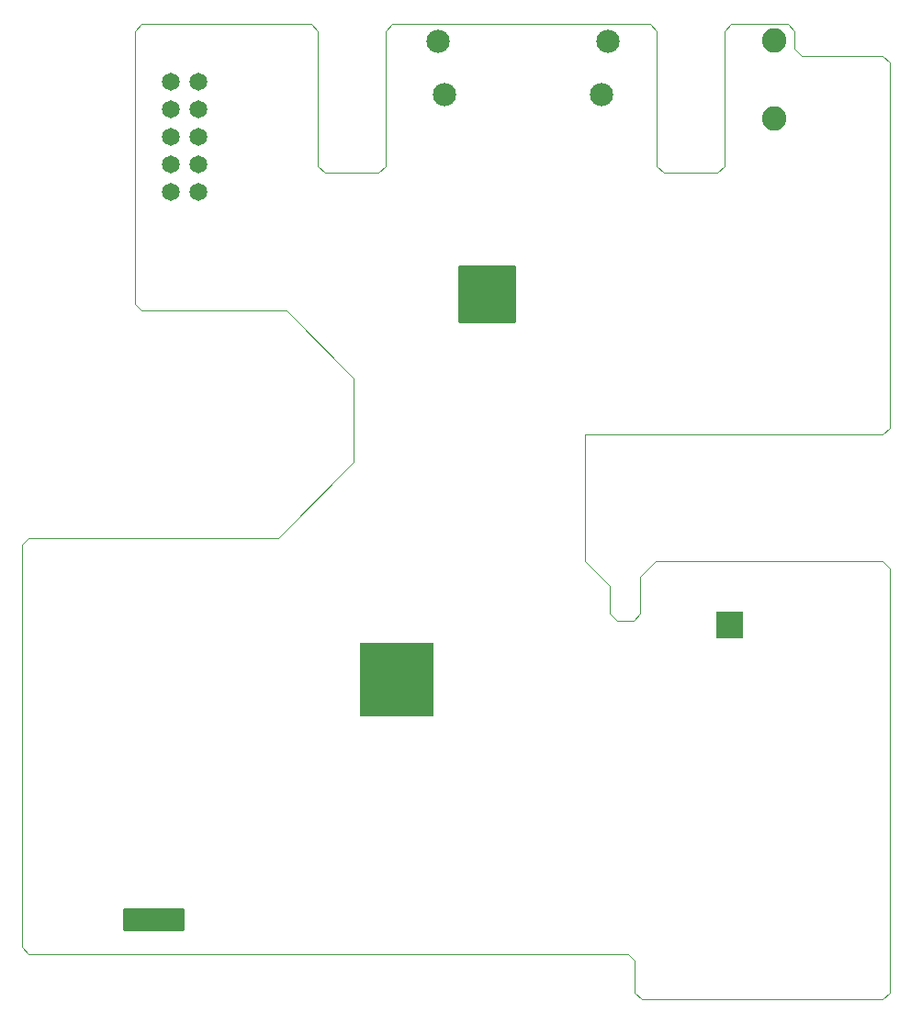
<source format=gbs>
G04 EAGLE Gerber RS-274X export*
G75*
%MOMM*%
%FSLAX34Y34*%
%LPD*%
%INLötstopplack unten*%
%IPPOS*%
%AMOC8*
5,1,8,0,0,1.08239X$1,22.5*%
G01*
%ADD10C,0.000000*%
%ADD11R,6.858000X6.858000*%
%ADD12C,2.152400*%
%ADD13C,2.252400*%
%ADD14C,1.652400*%
%ADD15C,2.552400*%
%ADD16C,1.352400*%
%ADD17C,3.152400*%
%ADD18C,1.952400*%

G36*
X454718Y623833D02*
X454718Y623833D01*
X454776Y623831D01*
X454858Y623853D01*
X454942Y623865D01*
X454995Y623889D01*
X455051Y623903D01*
X455124Y623946D01*
X455201Y623981D01*
X455246Y624019D01*
X455296Y624049D01*
X455354Y624110D01*
X455418Y624165D01*
X455450Y624213D01*
X455490Y624256D01*
X455529Y624331D01*
X455576Y624401D01*
X455593Y624457D01*
X455620Y624509D01*
X455631Y624577D01*
X455661Y624672D01*
X455664Y624772D01*
X455675Y624840D01*
X455675Y675640D01*
X455668Y675692D01*
X455669Y675719D01*
X455668Y675722D01*
X455669Y675756D01*
X455647Y675838D01*
X455635Y675922D01*
X455612Y675975D01*
X455597Y676031D01*
X455554Y676104D01*
X455519Y676181D01*
X455481Y676226D01*
X455452Y676276D01*
X455390Y676334D01*
X455336Y676398D01*
X455287Y676430D01*
X455244Y676470D01*
X455169Y676509D01*
X455099Y676556D01*
X455043Y676573D01*
X454991Y676600D01*
X454923Y676611D01*
X454828Y676641D01*
X454728Y676644D01*
X454660Y676655D01*
X403860Y676655D01*
X403802Y676647D01*
X403744Y676649D01*
X403662Y676627D01*
X403579Y676615D01*
X403525Y676592D01*
X403469Y676577D01*
X403396Y676534D01*
X403319Y676499D01*
X403274Y676461D01*
X403224Y676432D01*
X403166Y676370D01*
X403102Y676316D01*
X403070Y676267D01*
X403030Y676224D01*
X402991Y676149D01*
X402945Y676079D01*
X402927Y676023D01*
X402900Y675971D01*
X402889Y675903D01*
X402859Y675808D01*
X402856Y675708D01*
X402845Y675640D01*
X402845Y624840D01*
X402853Y624782D01*
X402851Y624724D01*
X402873Y624642D01*
X402885Y624559D01*
X402909Y624505D01*
X402923Y624449D01*
X402966Y624376D01*
X403001Y624299D01*
X403039Y624254D01*
X403069Y624204D01*
X403130Y624146D01*
X403185Y624082D01*
X403233Y624050D01*
X403276Y624010D01*
X403351Y623971D01*
X403421Y623925D01*
X403477Y623907D01*
X403529Y623880D01*
X403597Y623869D01*
X403692Y623839D01*
X403792Y623836D01*
X403860Y623825D01*
X454660Y623825D01*
X454718Y623833D01*
G37*
G36*
X148902Y63255D02*
X148902Y63255D01*
X148960Y63253D01*
X149042Y63275D01*
X149126Y63287D01*
X149179Y63311D01*
X149235Y63325D01*
X149308Y63368D01*
X149385Y63403D01*
X149430Y63441D01*
X149480Y63471D01*
X149538Y63532D01*
X149602Y63587D01*
X149634Y63635D01*
X149674Y63678D01*
X149713Y63753D01*
X149760Y63823D01*
X149777Y63879D01*
X149804Y63931D01*
X149815Y63999D01*
X149845Y64094D01*
X149848Y64194D01*
X149859Y64262D01*
X149859Y83058D01*
X149851Y83116D01*
X149853Y83174D01*
X149831Y83256D01*
X149819Y83340D01*
X149796Y83393D01*
X149781Y83449D01*
X149738Y83522D01*
X149703Y83599D01*
X149665Y83644D01*
X149636Y83694D01*
X149574Y83752D01*
X149520Y83816D01*
X149471Y83848D01*
X149428Y83888D01*
X149353Y83927D01*
X149283Y83974D01*
X149227Y83991D01*
X149175Y84018D01*
X149107Y84029D01*
X149012Y84059D01*
X148912Y84062D01*
X148844Y84073D01*
X94742Y84073D01*
X94684Y84065D01*
X94626Y84067D01*
X94544Y84045D01*
X94461Y84033D01*
X94407Y84010D01*
X94351Y83995D01*
X94278Y83952D01*
X94201Y83917D01*
X94156Y83879D01*
X94106Y83850D01*
X94048Y83788D01*
X93984Y83734D01*
X93952Y83685D01*
X93912Y83642D01*
X93873Y83567D01*
X93827Y83497D01*
X93809Y83441D01*
X93782Y83389D01*
X93771Y83321D01*
X93741Y83226D01*
X93738Y83126D01*
X93727Y83058D01*
X93727Y64262D01*
X93735Y64204D01*
X93733Y64146D01*
X93755Y64064D01*
X93767Y63981D01*
X93791Y63927D01*
X93805Y63871D01*
X93848Y63798D01*
X93883Y63721D01*
X93921Y63676D01*
X93951Y63626D01*
X94012Y63568D01*
X94067Y63504D01*
X94115Y63472D01*
X94158Y63432D01*
X94233Y63393D01*
X94303Y63347D01*
X94359Y63329D01*
X94411Y63302D01*
X94479Y63291D01*
X94574Y63261D01*
X94674Y63258D01*
X94742Y63247D01*
X148844Y63247D01*
X148902Y63255D01*
G37*
G36*
X664268Y333003D02*
X664268Y333003D01*
X664326Y333001D01*
X664408Y333023D01*
X664492Y333035D01*
X664545Y333059D01*
X664601Y333073D01*
X664674Y333116D01*
X664751Y333151D01*
X664796Y333189D01*
X664846Y333219D01*
X664904Y333280D01*
X664968Y333335D01*
X665000Y333383D01*
X665040Y333426D01*
X665079Y333501D01*
X665126Y333571D01*
X665143Y333627D01*
X665170Y333679D01*
X665181Y333747D01*
X665211Y333842D01*
X665214Y333942D01*
X665225Y334010D01*
X665225Y356870D01*
X665217Y356928D01*
X665219Y356986D01*
X665197Y357068D01*
X665185Y357152D01*
X665162Y357205D01*
X665147Y357261D01*
X665104Y357334D01*
X665069Y357411D01*
X665031Y357456D01*
X665002Y357506D01*
X664940Y357564D01*
X664886Y357628D01*
X664837Y357660D01*
X664794Y357700D01*
X664719Y357739D01*
X664649Y357786D01*
X664593Y357803D01*
X664541Y357830D01*
X664473Y357841D01*
X664378Y357871D01*
X664278Y357874D01*
X664210Y357885D01*
X641350Y357885D01*
X641292Y357877D01*
X641234Y357879D01*
X641152Y357857D01*
X641069Y357845D01*
X641015Y357822D01*
X640959Y357807D01*
X640886Y357764D01*
X640809Y357729D01*
X640764Y357691D01*
X640714Y357662D01*
X640656Y357600D01*
X640592Y357546D01*
X640560Y357497D01*
X640520Y357454D01*
X640481Y357379D01*
X640435Y357309D01*
X640417Y357253D01*
X640390Y357201D01*
X640379Y357133D01*
X640349Y357038D01*
X640346Y356938D01*
X640335Y356870D01*
X640335Y334010D01*
X640343Y333952D01*
X640341Y333894D01*
X640363Y333812D01*
X640375Y333729D01*
X640399Y333675D01*
X640413Y333619D01*
X640456Y333546D01*
X640491Y333469D01*
X640529Y333424D01*
X640559Y333374D01*
X640620Y333316D01*
X640675Y333252D01*
X640723Y333220D01*
X640766Y333180D01*
X640841Y333141D01*
X640911Y333095D01*
X640967Y333077D01*
X641019Y333050D01*
X641087Y333039D01*
X641182Y333009D01*
X641282Y333006D01*
X641350Y332995D01*
X664210Y332995D01*
X664268Y333003D01*
G37*
D10*
X558800Y41910D02*
X6350Y41910D01*
X0Y48260D01*
X0Y419100D01*
X236220Y425450D02*
X306070Y495300D01*
X306070Y572770D01*
X335280Y892810D02*
X341630Y899160D01*
X579120Y899160D01*
X800100Y527050D02*
X793750Y520700D01*
X519430Y520700D01*
X519430Y403860D01*
X542290Y381000D01*
X542290Y355600D01*
X548640Y349250D01*
X563880Y349250D01*
X570230Y355600D01*
X570230Y389890D01*
X584200Y403860D01*
X800100Y397510D02*
X800100Y6350D01*
X793750Y0D01*
X571500Y0D01*
X565150Y6350D01*
X565150Y35560D01*
X558800Y41910D01*
X584200Y403860D02*
X793750Y403860D01*
X800100Y397510D01*
X236220Y425450D02*
X6350Y425450D01*
X0Y419100D01*
X328930Y762000D02*
X335280Y768350D01*
X585470Y768350D02*
X591820Y762000D01*
X328930Y762000D02*
X279400Y762000D01*
X335280Y768350D02*
X335280Y892810D01*
X641350Y762000D02*
X647700Y768350D01*
X647700Y892810D01*
X641350Y762000D02*
X591820Y762000D01*
X585470Y892810D02*
X579120Y899160D01*
X585470Y892810D02*
X585470Y768350D01*
X800100Y863600D02*
X800100Y527050D01*
X243840Y635000D02*
X110490Y635000D01*
X104140Y641350D01*
X104140Y892810D01*
X110490Y899160D02*
X266700Y899160D01*
X110490Y899160D02*
X104140Y892810D01*
X273050Y768350D02*
X279400Y762000D01*
X273050Y768350D02*
X273050Y892810D01*
X266700Y899160D01*
X243840Y635000D02*
X306070Y572770D01*
X647700Y892810D02*
X654050Y899160D01*
X712470Y876300D02*
X718820Y869950D01*
X712470Y876300D02*
X712470Y892810D01*
X706120Y899160D01*
X654050Y899160D01*
X793750Y869950D02*
X800100Y863600D01*
X793750Y869950D02*
X718820Y869950D01*
D11*
X345440Y294640D03*
D12*
X534740Y834230D03*
X389740Y834230D03*
X540740Y883230D03*
X383740Y883230D03*
D13*
X693420Y884110D03*
X693420Y812610D03*
D14*
X162560Y744220D03*
X137160Y744220D03*
X162560Y769620D03*
X137160Y769620D03*
X162560Y795020D03*
X137160Y795020D03*
X162560Y820420D03*
X137160Y820420D03*
X162560Y845820D03*
X137160Y845820D03*
D15*
X429260Y650240D03*
D16*
X411480Y632460D03*
X411480Y668020D03*
X447040Y668020D03*
X447040Y632460D03*
D17*
X345440Y294640D03*
D14*
X325120Y314960D03*
X325120Y274320D03*
X365760Y274320D03*
X365760Y314960D03*
D18*
X652780Y345440D03*
M02*

</source>
